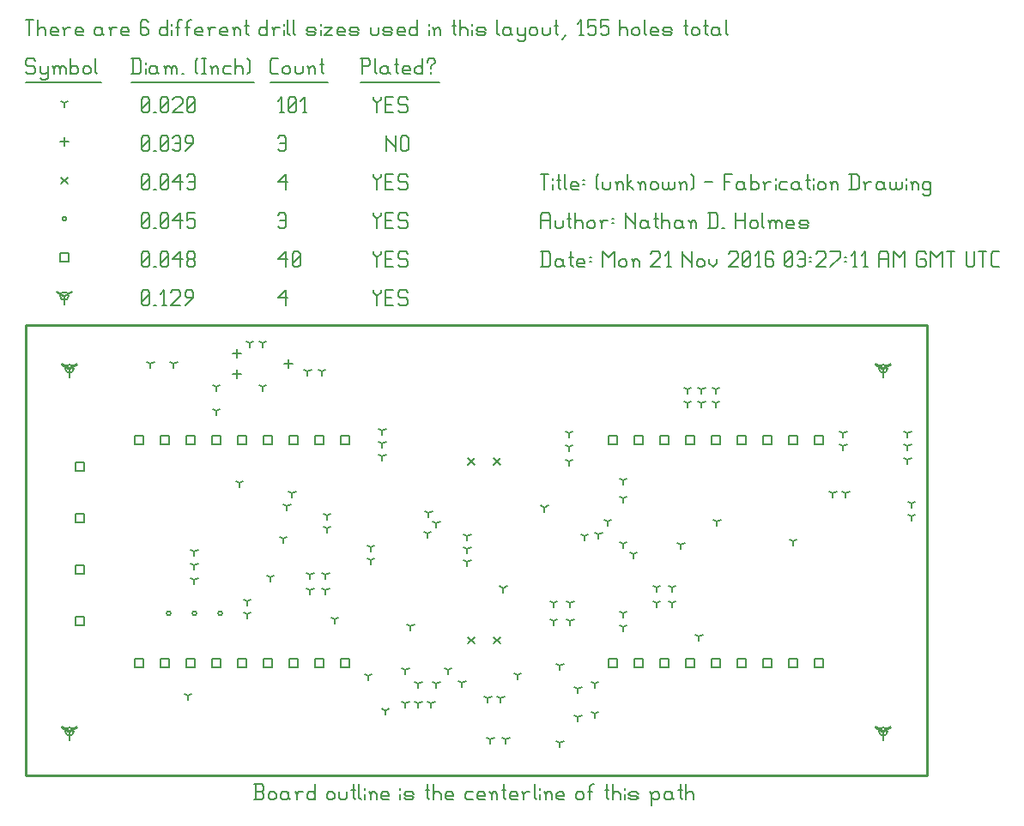
<source format=gbr>
G04 start of page 13 for group -3984 idx -3984 *
G04 Title: (unknown), fab *
G04 Creator: pcb 20140316 *
G04 CreationDate: Mon 21 Nov 2016 03:27:11 AM GMT UTC *
G04 For: ndholmes *
G04 Format: Gerber/RS-274X *
G04 PCB-Dimensions (mil): 3500.00 1750.00 *
G04 PCB-Coordinate-Origin: lower left *
%MOIN*%
%FSLAX25Y25*%
%LNFAB*%
%ADD108C,0.0100*%
%ADD107C,0.0060*%
%ADD106C,0.0001*%
%ADD105R,0.0080X0.0080*%
G54D105*X17000Y17000D02*Y13800D01*
G54D106*G36*
X16454Y17147D02*X19920Y19146D01*
X20320Y18453D01*
X16853Y16454D01*
X16454Y17147D01*
G37*
G36*
X17147Y16454D02*X13680Y18453D01*
X14080Y19146D01*
X17546Y17147D01*
X17147Y16454D01*
G37*
G54D105*X15400Y17000D02*G75*G03X18600Y17000I1600J0D01*G01*
G75*G03X15400Y17000I-1600J0D01*G01*
X333000D02*Y13800D01*
G54D106*G36*
X332454Y17147D02*X335920Y19146D01*
X336320Y18453D01*
X332853Y16454D01*
X332454Y17147D01*
G37*
G36*
X333147Y16454D02*X329680Y18453D01*
X330080Y19146D01*
X333546Y17147D01*
X333147Y16454D01*
G37*
G54D105*X331400Y17000D02*G75*G03X334600Y17000I1600J0D01*G01*
G75*G03X331400Y17000I-1600J0D01*G01*
X333000Y158000D02*Y154800D01*
G54D106*G36*
X332454Y158147D02*X335920Y160146D01*
X336320Y159453D01*
X332853Y157454D01*
X332454Y158147D01*
G37*
G36*
X333147Y157454D02*X329680Y159453D01*
X330080Y160146D01*
X333546Y158147D01*
X333147Y157454D01*
G37*
G54D105*X331400Y158000D02*G75*G03X334600Y158000I1600J0D01*G01*
G75*G03X331400Y158000I-1600J0D01*G01*
X17000D02*Y154800D01*
G54D106*G36*
X16454Y158147D02*X19920Y160146D01*
X20320Y159453D01*
X16853Y157454D01*
X16454Y158147D01*
G37*
G36*
X17147Y157454D02*X13680Y159453D01*
X14080Y160146D01*
X17546Y158147D01*
X17147Y157454D01*
G37*
G54D105*X15400Y158000D02*G75*G03X18600Y158000I1600J0D01*G01*
G75*G03X15400Y158000I-1600J0D01*G01*
X15000Y186250D02*Y183050D01*
G54D106*G36*
X14454Y186397D02*X17920Y188396D01*
X18320Y187703D01*
X14853Y185704D01*
X14454Y186397D01*
G37*
G36*
X15147Y185704D02*X11680Y187703D01*
X12080Y188396D01*
X15546Y186397D01*
X15147Y185704D01*
G37*
G54D105*X13400Y186250D02*G75*G03X16600Y186250I1600J0D01*G01*
G75*G03X13400Y186250I-1600J0D01*G01*
G54D107*X135000Y188500D02*Y187750D01*
X136500Y186250D01*
X138000Y187750D01*
Y188500D02*Y187750D01*
X136500Y186250D02*Y182500D01*
X139800Y185500D02*X142050D01*
X139800Y182500D02*X142800D01*
X139800Y188500D02*Y182500D01*
Y188500D02*X142800D01*
X147600D02*X148350Y187750D01*
X145350Y188500D02*X147600D01*
X144600Y187750D02*X145350Y188500D01*
X144600Y187750D02*Y186250D01*
X145350Y185500D01*
X147600D01*
X148350Y184750D01*
Y183250D01*
X147600Y182500D02*X148350Y183250D01*
X145350Y182500D02*X147600D01*
X144600Y183250D02*X145350Y182500D01*
X98000Y185500D02*X101000Y188500D01*
X98000Y185500D02*X101750D01*
X101000Y188500D02*Y182500D01*
X45000Y183250D02*X45750Y182500D01*
X45000Y187750D02*Y183250D01*
Y187750D02*X45750Y188500D01*
X47250D01*
X48000Y187750D01*
Y183250D01*
X47250Y182500D02*X48000Y183250D01*
X45750Y182500D02*X47250D01*
X45000Y184000D02*X48000Y187000D01*
X49800Y182500D02*X50550D01*
X53100D02*X54600D01*
X53850Y188500D02*Y182500D01*
X52350Y187000D02*X53850Y188500D01*
X56400Y187750D02*X57150Y188500D01*
X59400D01*
X60150Y187750D01*
Y186250D01*
X56400Y182500D02*X60150Y186250D01*
X56400Y182500D02*X60150D01*
X61950D02*X64950Y185500D01*
Y187750D02*Y185500D01*
X64200Y188500D02*X64950Y187750D01*
X62700Y188500D02*X64200D01*
X61950Y187750D02*X62700Y188500D01*
X61950Y187750D02*Y186250D01*
X62700Y185500D01*
X64950D01*
X306400Y45300D02*X309600D01*
X306400D02*Y42100D01*
X309600D01*
Y45300D02*Y42100D01*
X296400Y45300D02*X299600D01*
X296400D02*Y42100D01*
X299600D01*
Y45300D02*Y42100D01*
X286400Y45300D02*X289600D01*
X286400D02*Y42100D01*
X289600D01*
Y45300D02*Y42100D01*
X276400Y45300D02*X279600D01*
X276400D02*Y42100D01*
X279600D01*
Y45300D02*Y42100D01*
X266400Y45300D02*X269600D01*
X266400D02*Y42100D01*
X269600D01*
Y45300D02*Y42100D01*
X256400Y45300D02*X259600D01*
X256400D02*Y42100D01*
X259600D01*
Y45300D02*Y42100D01*
X246400Y45300D02*X249600D01*
X246400D02*Y42100D01*
X249600D01*
Y45300D02*Y42100D01*
X236400Y45300D02*X239600D01*
X236400D02*Y42100D01*
X239600D01*
Y45300D02*Y42100D01*
X226400Y45300D02*X229600D01*
X226400D02*Y42100D01*
X229600D01*
Y45300D02*Y42100D01*
X306400Y131900D02*X309600D01*
X306400D02*Y128700D01*
X309600D01*
Y131900D02*Y128700D01*
X296400Y131900D02*X299600D01*
X296400D02*Y128700D01*
X299600D01*
Y131900D02*Y128700D01*
X286400Y131900D02*X289600D01*
X286400D02*Y128700D01*
X289600D01*
Y131900D02*Y128700D01*
X276400Y131900D02*X279600D01*
X276400D02*Y128700D01*
X279600D01*
Y131900D02*Y128700D01*
X266400Y131900D02*X269600D01*
X266400D02*Y128700D01*
X269600D01*
Y131900D02*Y128700D01*
X256400Y131900D02*X259600D01*
X256400D02*Y128700D01*
X259600D01*
Y131900D02*Y128700D01*
X246400Y131900D02*X249600D01*
X246400D02*Y128700D01*
X249600D01*
Y131900D02*Y128700D01*
X236400Y131900D02*X239600D01*
X236400D02*Y128700D01*
X239600D01*
Y131900D02*Y128700D01*
X226400Y131900D02*X229600D01*
X226400D02*Y128700D01*
X229600D01*
Y131900D02*Y128700D01*
X19400Y121600D02*X22600D01*
X19400D02*Y118400D01*
X22600D01*
Y121600D02*Y118400D01*
X19400Y101600D02*X22600D01*
X19400D02*Y98400D01*
X22600D01*
Y101600D02*Y98400D01*
X19400Y81600D02*X22600D01*
X19400D02*Y78400D01*
X22600D01*
Y81600D02*Y78400D01*
X19400Y61600D02*X22600D01*
X19400D02*Y58400D01*
X22600D01*
Y61600D02*Y58400D01*
X122400Y45300D02*X125600D01*
X122400D02*Y42100D01*
X125600D01*
Y45300D02*Y42100D01*
X112400Y45300D02*X115600D01*
X112400D02*Y42100D01*
X115600D01*
Y45300D02*Y42100D01*
X102400Y45300D02*X105600D01*
X102400D02*Y42100D01*
X105600D01*
Y45300D02*Y42100D01*
X92400Y45300D02*X95600D01*
X92400D02*Y42100D01*
X95600D01*
Y45300D02*Y42100D01*
X82400Y45300D02*X85600D01*
X82400D02*Y42100D01*
X85600D01*
Y45300D02*Y42100D01*
X72400Y45300D02*X75600D01*
X72400D02*Y42100D01*
X75600D01*
Y45300D02*Y42100D01*
X62400Y45300D02*X65600D01*
X62400D02*Y42100D01*
X65600D01*
Y45300D02*Y42100D01*
X52400Y45300D02*X55600D01*
X52400D02*Y42100D01*
X55600D01*
Y45300D02*Y42100D01*
X42400Y45300D02*X45600D01*
X42400D02*Y42100D01*
X45600D01*
Y45300D02*Y42100D01*
X122400Y131900D02*X125600D01*
X122400D02*Y128700D01*
X125600D01*
Y131900D02*Y128700D01*
X112400Y131900D02*X115600D01*
X112400D02*Y128700D01*
X115600D01*
Y131900D02*Y128700D01*
X102400Y131900D02*X105600D01*
X102400D02*Y128700D01*
X105600D01*
Y131900D02*Y128700D01*
X92400Y131900D02*X95600D01*
X92400D02*Y128700D01*
X95600D01*
Y131900D02*Y128700D01*
X82400Y131900D02*X85600D01*
X82400D02*Y128700D01*
X85600D01*
Y131900D02*Y128700D01*
X72400Y131900D02*X75600D01*
X72400D02*Y128700D01*
X75600D01*
Y131900D02*Y128700D01*
X62400Y131900D02*X65600D01*
X62400D02*Y128700D01*
X65600D01*
Y131900D02*Y128700D01*
X52400Y131900D02*X55600D01*
X52400D02*Y128700D01*
X55600D01*
Y131900D02*Y128700D01*
X42400Y131900D02*X45600D01*
X42400D02*Y128700D01*
X45600D01*
Y131900D02*Y128700D01*
X13400Y202850D02*X16600D01*
X13400D02*Y199650D01*
X16600D01*
Y202850D02*Y199650D01*
X135000Y203500D02*Y202750D01*
X136500Y201250D01*
X138000Y202750D01*
Y203500D02*Y202750D01*
X136500Y201250D02*Y197500D01*
X139800Y200500D02*X142050D01*
X139800Y197500D02*X142800D01*
X139800Y203500D02*Y197500D01*
Y203500D02*X142800D01*
X147600D02*X148350Y202750D01*
X145350Y203500D02*X147600D01*
X144600Y202750D02*X145350Y203500D01*
X144600Y202750D02*Y201250D01*
X145350Y200500D01*
X147600D01*
X148350Y199750D01*
Y198250D01*
X147600Y197500D02*X148350Y198250D01*
X145350Y197500D02*X147600D01*
X144600Y198250D02*X145350Y197500D01*
X98000Y200500D02*X101000Y203500D01*
X98000Y200500D02*X101750D01*
X101000Y203500D02*Y197500D01*
X103550Y198250D02*X104300Y197500D01*
X103550Y202750D02*Y198250D01*
Y202750D02*X104300Y203500D01*
X105800D01*
X106550Y202750D01*
Y198250D01*
X105800Y197500D02*X106550Y198250D01*
X104300Y197500D02*X105800D01*
X103550Y199000D02*X106550Y202000D01*
X45000Y198250D02*X45750Y197500D01*
X45000Y202750D02*Y198250D01*
Y202750D02*X45750Y203500D01*
X47250D01*
X48000Y202750D01*
Y198250D01*
X47250Y197500D02*X48000Y198250D01*
X45750Y197500D02*X47250D01*
X45000Y199000D02*X48000Y202000D01*
X49800Y197500D02*X50550D01*
X52350Y198250D02*X53100Y197500D01*
X52350Y202750D02*Y198250D01*
Y202750D02*X53100Y203500D01*
X54600D01*
X55350Y202750D01*
Y198250D01*
X54600Y197500D02*X55350Y198250D01*
X53100Y197500D02*X54600D01*
X52350Y199000D02*X55350Y202000D01*
X57150Y200500D02*X60150Y203500D01*
X57150Y200500D02*X60900D01*
X60150Y203500D02*Y197500D01*
X62700Y198250D02*X63450Y197500D01*
X62700Y199750D02*Y198250D01*
Y199750D02*X63450Y200500D01*
X64950D01*
X65700Y199750D01*
Y198250D01*
X64950Y197500D02*X65700Y198250D01*
X63450Y197500D02*X64950D01*
X62700Y201250D02*X63450Y200500D01*
X62700Y202750D02*Y201250D01*
Y202750D02*X63450Y203500D01*
X64950D01*
X65700Y202750D01*
Y201250D01*
X64950Y200500D02*X65700Y201250D01*
X74700Y63000D02*G75*G03X76300Y63000I800J0D01*G01*
G75*G03X74700Y63000I-800J0D01*G01*
X64700D02*G75*G03X66300Y63000I800J0D01*G01*
G75*G03X64700Y63000I-800J0D01*G01*
X54700D02*G75*G03X56300Y63000I800J0D01*G01*
G75*G03X54700Y63000I-800J0D01*G01*
X14200Y216250D02*G75*G03X15800Y216250I800J0D01*G01*
G75*G03X14200Y216250I-800J0D01*G01*
X135000Y218500D02*Y217750D01*
X136500Y216250D01*
X138000Y217750D01*
Y218500D02*Y217750D01*
X136500Y216250D02*Y212500D01*
X139800Y215500D02*X142050D01*
X139800Y212500D02*X142800D01*
X139800Y218500D02*Y212500D01*
Y218500D02*X142800D01*
X147600D02*X148350Y217750D01*
X145350Y218500D02*X147600D01*
X144600Y217750D02*X145350Y218500D01*
X144600Y217750D02*Y216250D01*
X145350Y215500D01*
X147600D01*
X148350Y214750D01*
Y213250D01*
X147600Y212500D02*X148350Y213250D01*
X145350Y212500D02*X147600D01*
X144600Y213250D02*X145350Y212500D01*
X98000Y217750D02*X98750Y218500D01*
X100250D01*
X101000Y217750D01*
Y213250D01*
X100250Y212500D02*X101000Y213250D01*
X98750Y212500D02*X100250D01*
X98000Y213250D02*X98750Y212500D01*
Y215500D02*X101000D01*
X45000Y213250D02*X45750Y212500D01*
X45000Y217750D02*Y213250D01*
Y217750D02*X45750Y218500D01*
X47250D01*
X48000Y217750D01*
Y213250D01*
X47250Y212500D02*X48000Y213250D01*
X45750Y212500D02*X47250D01*
X45000Y214000D02*X48000Y217000D01*
X49800Y212500D02*X50550D01*
X52350Y213250D02*X53100Y212500D01*
X52350Y217750D02*Y213250D01*
Y217750D02*X53100Y218500D01*
X54600D01*
X55350Y217750D01*
Y213250D01*
X54600Y212500D02*X55350Y213250D01*
X53100Y212500D02*X54600D01*
X52350Y214000D02*X55350Y217000D01*
X57150Y215500D02*X60150Y218500D01*
X57150Y215500D02*X60900D01*
X60150Y218500D02*Y212500D01*
X62700Y218500D02*X65700D01*
X62700D02*Y215500D01*
X63450Y216250D01*
X64950D01*
X65700Y215500D01*
Y213250D01*
X64950Y212500D02*X65700Y213250D01*
X63450Y212500D02*X64950D01*
X62700Y213250D02*X63450Y212500D01*
X171800Y123200D02*X174200Y120800D01*
X171800D02*X174200Y123200D01*
X181800D02*X184200Y120800D01*
X181800D02*X184200Y123200D01*
X171800Y53700D02*X174200Y51300D01*
X171800D02*X174200Y53700D01*
X181800D02*X184200Y51300D01*
X181800D02*X184200Y53700D01*
X13800Y232450D02*X16200Y230050D01*
X13800D02*X16200Y232450D01*
X135000Y233500D02*Y232750D01*
X136500Y231250D01*
X138000Y232750D01*
Y233500D02*Y232750D01*
X136500Y231250D02*Y227500D01*
X139800Y230500D02*X142050D01*
X139800Y227500D02*X142800D01*
X139800Y233500D02*Y227500D01*
Y233500D02*X142800D01*
X147600D02*X148350Y232750D01*
X145350Y233500D02*X147600D01*
X144600Y232750D02*X145350Y233500D01*
X144600Y232750D02*Y231250D01*
X145350Y230500D01*
X147600D01*
X148350Y229750D01*
Y228250D01*
X147600Y227500D02*X148350Y228250D01*
X145350Y227500D02*X147600D01*
X144600Y228250D02*X145350Y227500D01*
X98000Y230500D02*X101000Y233500D01*
X98000Y230500D02*X101750D01*
X101000Y233500D02*Y227500D01*
X45000Y228250D02*X45750Y227500D01*
X45000Y232750D02*Y228250D01*
Y232750D02*X45750Y233500D01*
X47250D01*
X48000Y232750D01*
Y228250D01*
X47250Y227500D02*X48000Y228250D01*
X45750Y227500D02*X47250D01*
X45000Y229000D02*X48000Y232000D01*
X49800Y227500D02*X50550D01*
X52350Y228250D02*X53100Y227500D01*
X52350Y232750D02*Y228250D01*
Y232750D02*X53100Y233500D01*
X54600D01*
X55350Y232750D01*
Y228250D01*
X54600Y227500D02*X55350Y228250D01*
X53100Y227500D02*X54600D01*
X52350Y229000D02*X55350Y232000D01*
X57150Y230500D02*X60150Y233500D01*
X57150Y230500D02*X60900D01*
X60150Y233500D02*Y227500D01*
X62700Y232750D02*X63450Y233500D01*
X64950D01*
X65700Y232750D01*
Y228250D01*
X64950Y227500D02*X65700Y228250D01*
X63450Y227500D02*X64950D01*
X62700Y228250D02*X63450Y227500D01*
Y230500D02*X65700D01*
X102000Y161600D02*Y158400D01*
X100400Y160000D02*X103600D01*
X82000Y157600D02*Y154400D01*
X80400Y156000D02*X83600D01*
X82000Y165600D02*Y162400D01*
X80400Y164000D02*X83600D01*
X15000Y247850D02*Y244650D01*
X13400Y246250D02*X16600D01*
X140000Y248500D02*Y242500D01*
Y248500D02*Y247750D01*
X143750Y244000D01*
Y248500D02*Y242500D01*
X145550Y247750D02*Y243250D01*
Y247750D02*X146300Y248500D01*
X147800D01*
X148550Y247750D01*
Y243250D01*
X147800Y242500D02*X148550Y243250D01*
X146300Y242500D02*X147800D01*
X145550Y243250D02*X146300Y242500D01*
X98000Y247750D02*X98750Y248500D01*
X100250D01*
X101000Y247750D01*
Y243250D01*
X100250Y242500D02*X101000Y243250D01*
X98750Y242500D02*X100250D01*
X98000Y243250D02*X98750Y242500D01*
Y245500D02*X101000D01*
X45000Y243250D02*X45750Y242500D01*
X45000Y247750D02*Y243250D01*
Y247750D02*X45750Y248500D01*
X47250D01*
X48000Y247750D01*
Y243250D01*
X47250Y242500D02*X48000Y243250D01*
X45750Y242500D02*X47250D01*
X45000Y244000D02*X48000Y247000D01*
X49800Y242500D02*X50550D01*
X52350Y243250D02*X53100Y242500D01*
X52350Y247750D02*Y243250D01*
Y247750D02*X53100Y248500D01*
X54600D01*
X55350Y247750D01*
Y243250D01*
X54600Y242500D02*X55350Y243250D01*
X53100Y242500D02*X54600D01*
X52350Y244000D02*X55350Y247000D01*
X57150Y247750D02*X57900Y248500D01*
X59400D01*
X60150Y247750D01*
Y243250D01*
X59400Y242500D02*X60150Y243250D01*
X57900Y242500D02*X59400D01*
X57150Y243250D02*X57900Y242500D01*
Y245500D02*X60150D01*
X61950Y242500D02*X64950Y245500D01*
Y247750D02*Y245500D01*
X64200Y248500D02*X64950Y247750D01*
X62700Y248500D02*X64200D01*
X61950Y247750D02*X62700Y248500D01*
X61950Y247750D02*Y246250D01*
X62700Y245500D01*
X64950D01*
X120000Y60500D02*Y58900D01*
Y60500D02*X121387Y61300D01*
X120000Y60500D02*X118613Y61300D01*
X117000Y96000D02*Y94400D01*
Y96000D02*X118387Y96800D01*
X117000Y96000D02*X115613Y96800D01*
X117000Y101000D02*Y99400D01*
Y101000D02*X118387Y101800D01*
X117000Y101000D02*X115613Y101800D01*
X65500Y87000D02*Y85400D01*
Y87000D02*X66887Y87800D01*
X65500Y87000D02*X64113Y87800D01*
X65500Y81500D02*Y79900D01*
Y81500D02*X66887Y82300D01*
X65500Y81500D02*X64113Y82300D01*
X65500Y76000D02*Y74400D01*
Y76000D02*X66887Y76800D01*
X65500Y76000D02*X64113Y76800D01*
X63000Y31000D02*Y29400D01*
Y31000D02*X64387Y31800D01*
X63000Y31000D02*X61613Y31800D01*
X139700Y25100D02*Y23500D01*
Y25100D02*X141087Y25900D01*
X139700Y25100D02*X138313Y25900D01*
X169500Y36000D02*Y34400D01*
Y36000D02*X170887Y36800D01*
X169500Y36000D02*X168113Y36800D01*
X157500Y28000D02*Y26400D01*
Y28000D02*X158887Y28800D01*
X157500Y28000D02*X156113Y28800D01*
X152500Y28000D02*Y26400D01*
Y28000D02*X153887Y28800D01*
X152500Y28000D02*X151113Y28800D01*
X147500Y28000D02*Y26400D01*
Y28000D02*X148887Y28800D01*
X147500Y28000D02*X146113Y28800D01*
X147500Y41000D02*Y39400D01*
Y41000D02*X148887Y41800D01*
X147500Y41000D02*X146113Y41800D01*
X152500Y35500D02*Y33900D01*
Y35500D02*X153887Y36300D01*
X152500Y35500D02*X151113Y36300D01*
X57500Y160000D02*Y158400D01*
Y160000D02*X58887Y160800D01*
X57500Y160000D02*X56113Y160800D01*
X48500Y160000D02*Y158400D01*
Y160000D02*X49887Y160800D01*
X48500Y160000D02*X47113Y160800D01*
X109500Y157000D02*Y155400D01*
Y157000D02*X110887Y157800D01*
X109500Y157000D02*X108113Y157800D01*
X115000Y157000D02*Y155400D01*
Y157000D02*X116387Y157800D01*
X115000Y157000D02*X113613Y157800D01*
X74000Y151000D02*Y149400D01*
Y151000D02*X75387Y151800D01*
X74000Y151000D02*X72613Y151800D01*
X87000Y168000D02*Y166400D01*
Y168000D02*X88387Y168800D01*
X87000Y168000D02*X85613Y168800D01*
X74000Y141500D02*Y139900D01*
Y141500D02*X75387Y142300D01*
X74000Y141500D02*X72613Y142300D01*
X133000Y38500D02*Y36900D01*
Y38500D02*X134387Y39300D01*
X133000Y38500D02*X131613Y39300D01*
X134000Y88500D02*Y86900D01*
Y88500D02*X135387Y89300D01*
X134000Y88500D02*X132613Y89300D01*
X134000Y83500D02*Y81900D01*
Y83500D02*X135387Y84300D01*
X134000Y83500D02*X132613Y84300D01*
X86000Y62500D02*Y60900D01*
Y62500D02*X87387Y63300D01*
X86000Y62500D02*X84613Y63300D01*
X86000Y67500D02*Y65900D01*
Y67500D02*X87387Y68300D01*
X86000Y67500D02*X84613Y68300D01*
X95000Y77000D02*Y75400D01*
Y77000D02*X96387Y77800D01*
X95000Y77000D02*X93613Y77800D01*
X83000Y113500D02*Y111900D01*
Y113500D02*X84387Y114300D01*
X83000Y113500D02*X81613Y114300D01*
X103500Y109500D02*Y107900D01*
Y109500D02*X104887Y110300D01*
X103500Y109500D02*X102113Y110300D01*
X101500Y104500D02*Y102900D01*
Y104500D02*X102887Y105300D01*
X101500Y104500D02*X100113Y105300D01*
X100000Y92000D02*Y90400D01*
Y92000D02*X101387Y92800D01*
X100000Y92000D02*X98613Y92800D01*
X138500Y124000D02*Y122400D01*
Y124000D02*X139887Y124800D01*
X138500Y124000D02*X137113Y124800D01*
X92000Y168000D02*Y166400D01*
Y168000D02*X93387Y168800D01*
X92000Y168000D02*X90613Y168800D01*
X92000Y151000D02*Y149400D01*
Y151000D02*X93387Y151800D01*
X92000Y151000D02*X90613Y151800D01*
X156500Y102000D02*Y100400D01*
Y102000D02*X157887Y102800D01*
X156500Y102000D02*X155113Y102800D01*
X159500Y98000D02*Y96400D01*
Y98000D02*X160887Y98800D01*
X159500Y98000D02*X158113Y98800D01*
X156000Y94000D02*Y92400D01*
Y94000D02*X157387Y94800D01*
X156000Y94000D02*X154613Y94800D01*
X149500Y58000D02*Y56400D01*
Y58000D02*X150887Y58800D01*
X149500Y58000D02*X148113Y58800D01*
X201500Y104043D02*Y102443D01*
Y104043D02*X202887Y104843D01*
X201500Y104043D02*X200113Y104843D01*
X211000Y133000D02*Y131400D01*
Y133000D02*X212387Y133800D01*
X211000Y133000D02*X209613Y133800D01*
X211000Y127500D02*Y125900D01*
Y127500D02*X212387Y128300D01*
X211000Y127500D02*X209613Y128300D01*
X211000Y122000D02*Y120400D01*
Y122000D02*X212387Y122800D01*
X211000Y122000D02*X209613Y122800D01*
X171500Y88000D02*Y86400D01*
Y88000D02*X172887Y88800D01*
X171500Y88000D02*X170113Y88800D01*
X317500Y128000D02*Y126400D01*
Y128000D02*X318887Y128800D01*
X317500Y128000D02*X316113Y128800D01*
X317500Y133000D02*Y131400D01*
Y133000D02*X318887Y133800D01*
X317500Y133000D02*X316113Y133800D01*
X342500Y133000D02*Y131400D01*
Y133000D02*X343887Y133800D01*
X342500Y133000D02*X341113Y133800D01*
X342500Y128000D02*Y126400D01*
Y128000D02*X343887Y128800D01*
X342500Y128000D02*X341113Y128800D01*
X342500Y122500D02*Y120900D01*
Y122500D02*X343887Y123300D01*
X342500Y122500D02*X341113Y123300D01*
X257000Y150000D02*Y148400D01*
Y150000D02*X258387Y150800D01*
X257000Y150000D02*X255613Y150800D01*
X262500Y150000D02*Y148400D01*
Y150000D02*X263887Y150800D01*
X262500Y150000D02*X261113Y150800D01*
X268000Y150000D02*Y148400D01*
Y150000D02*X269387Y150800D01*
X268000Y150000D02*X266613Y150800D01*
X257000Y144500D02*Y142900D01*
Y144500D02*X258387Y145300D01*
X257000Y144500D02*X255613Y145300D01*
X262500Y144500D02*Y142900D01*
Y144500D02*X263887Y145300D01*
X262500Y144500D02*X261113Y145300D01*
X268000Y144500D02*Y142900D01*
Y144500D02*X269387Y145300D01*
X268000Y144500D02*X266613Y145300D01*
X344000Y100500D02*Y98900D01*
Y100500D02*X345387Y101300D01*
X344000Y100500D02*X342613Y101300D01*
X232000Y114500D02*Y112900D01*
Y114500D02*X233387Y115300D01*
X232000Y114500D02*X230613Y115300D01*
X232000Y107500D02*Y105900D01*
Y107500D02*X233387Y108300D01*
X232000Y107500D02*X230613Y108300D01*
X344000Y105500D02*Y103900D01*
Y105500D02*X345387Y106300D01*
X344000Y105500D02*X342613Y106300D01*
X207500Y42500D02*Y40900D01*
Y42500D02*X208887Y43300D01*
X207500Y42500D02*X206113Y43300D01*
X318500Y109500D02*Y107900D01*
Y109500D02*X319887Y110300D01*
X318500Y109500D02*X317113Y110300D01*
X268500Y98500D02*Y96900D01*
Y98500D02*X269887Y99300D01*
X268500Y98500D02*X267113Y99300D01*
X298000Y91000D02*Y89400D01*
Y91000D02*X299387Y91800D01*
X298000Y91000D02*X296613Y91800D01*
X226000Y98500D02*Y96900D01*
Y98500D02*X227387Y99300D01*
X226000Y98500D02*X224613Y99300D01*
X222500Y93500D02*Y91900D01*
Y93500D02*X223887Y94300D01*
X222500Y93500D02*X221113Y94300D01*
X232000Y90000D02*Y88400D01*
Y90000D02*X233387Y90800D01*
X232000Y90000D02*X230613Y90800D01*
X236000Y86000D02*Y84400D01*
Y86000D02*X237387Y86800D01*
X236000Y86000D02*X234613Y86800D01*
X232000Y63000D02*Y61400D01*
Y63000D02*X233387Y63800D01*
X232000Y63000D02*X230613Y63800D01*
X232000Y57500D02*Y55900D01*
Y57500D02*X233387Y58300D01*
X232000Y57500D02*X230613Y58300D01*
X261500Y54000D02*Y52400D01*
Y54000D02*X262887Y54800D01*
X261500Y54000D02*X260113Y54800D01*
X313500Y109500D02*Y107900D01*
Y109500D02*X314887Y110300D01*
X313500Y109500D02*X312113Y110300D01*
X138500Y134000D02*Y132400D01*
Y134000D02*X139887Y134800D01*
X138500Y134000D02*X137113Y134800D01*
X138500Y129000D02*Y127400D01*
Y129000D02*X139887Y129800D01*
X138500Y129000D02*X137113Y129800D01*
X171500Y93000D02*Y91400D01*
Y93000D02*X172887Y93800D01*
X171500Y93000D02*X170113Y93800D01*
X171500Y83000D02*Y81400D01*
Y83000D02*X172887Y83800D01*
X171500Y83000D02*X170113Y83800D01*
X185500Y72700D02*Y71100D01*
Y72700D02*X186887Y73500D01*
X185500Y72700D02*X184113Y73500D01*
X205000Y67000D02*Y65400D01*
Y67000D02*X206387Y67800D01*
X205000Y67000D02*X203613Y67800D01*
X211500Y67000D02*Y65400D01*
Y67000D02*X212887Y67800D01*
X211500Y67000D02*X210113Y67800D01*
X211500Y60000D02*Y58400D01*
Y60000D02*X212887Y60800D01*
X211500Y60000D02*X210113Y60800D01*
X205000Y60000D02*Y58400D01*
Y60000D02*X206387Y60800D01*
X205000Y60000D02*X203613Y60800D01*
X180500Y14000D02*Y12400D01*
Y14000D02*X181887Y14800D01*
X180500Y14000D02*X179113Y14800D01*
X179500Y30000D02*Y28400D01*
Y30000D02*X180887Y30800D01*
X179500Y30000D02*X178113Y30800D01*
X184500Y30000D02*Y28400D01*
Y30000D02*X185887Y30800D01*
X184500Y30000D02*X183113Y30800D01*
X164000Y41000D02*Y39400D01*
Y41000D02*X165387Y41800D01*
X164000Y41000D02*X162613Y41800D01*
X159500Y35500D02*Y33900D01*
Y35500D02*X160887Y36300D01*
X159500Y35500D02*X158113Y36300D01*
X214500Y33500D02*Y31900D01*
Y33500D02*X215887Y34300D01*
X214500Y33500D02*X213113Y34300D01*
X221000Y35500D02*Y33900D01*
Y35500D02*X222387Y36300D01*
X221000Y35500D02*X219613Y36300D01*
X221000Y24000D02*Y22400D01*
Y24000D02*X222387Y24800D01*
X221000Y24000D02*X219613Y24800D01*
X214500Y22500D02*Y20900D01*
Y22500D02*X215887Y23300D01*
X214500Y22500D02*X213113Y23300D01*
X191000Y39000D02*Y37400D01*
Y39000D02*X192387Y39800D01*
X191000Y39000D02*X189613Y39800D01*
X186500Y14000D02*Y12400D01*
Y14000D02*X187887Y14800D01*
X186500Y14000D02*X185113Y14800D01*
X207500Y12500D02*Y10900D01*
Y12500D02*X208887Y13300D01*
X207500Y12500D02*X206113Y13300D01*
X217000Y93000D02*Y91400D01*
Y93000D02*X218387Y93800D01*
X217000Y93000D02*X215613Y93800D01*
X110500Y72000D02*Y70400D01*
Y72000D02*X111887Y72800D01*
X110500Y72000D02*X109113Y72800D01*
X110500Y78000D02*Y76400D01*
Y78000D02*X111887Y78800D01*
X110500Y78000D02*X109113Y78800D01*
X116500Y78000D02*Y76400D01*
Y78000D02*X117887Y78800D01*
X116500Y78000D02*X115113Y78800D01*
X116500Y72000D02*Y70400D01*
Y72000D02*X117887Y72800D01*
X116500Y72000D02*X115113Y72800D01*
X254500Y89500D02*Y87900D01*
Y89500D02*X255887Y90300D01*
X254500Y89500D02*X253113Y90300D01*
X245000Y67000D02*Y65400D01*
Y67000D02*X246387Y67800D01*
X245000Y67000D02*X243613Y67800D01*
X245000Y73000D02*Y71400D01*
Y73000D02*X246387Y73800D01*
X245000Y73000D02*X243613Y73800D01*
X251000Y73000D02*Y71400D01*
Y73000D02*X252387Y73800D01*
X251000Y73000D02*X249613Y73800D01*
X251000Y67000D02*Y65400D01*
Y67000D02*X252387Y67800D01*
X251000Y67000D02*X249613Y67800D01*
X15000Y261250D02*Y259650D01*
Y261250D02*X16387Y262050D01*
X15000Y261250D02*X13613Y262050D01*
X135000Y263500D02*Y262750D01*
X136500Y261250D01*
X138000Y262750D01*
Y263500D02*Y262750D01*
X136500Y261250D02*Y257500D01*
X139800Y260500D02*X142050D01*
X139800Y257500D02*X142800D01*
X139800Y263500D02*Y257500D01*
Y263500D02*X142800D01*
X147600D02*X148350Y262750D01*
X145350Y263500D02*X147600D01*
X144600Y262750D02*X145350Y263500D01*
X144600Y262750D02*Y261250D01*
X145350Y260500D01*
X147600D01*
X148350Y259750D01*
Y258250D01*
X147600Y257500D02*X148350Y258250D01*
X145350Y257500D02*X147600D01*
X144600Y258250D02*X145350Y257500D01*
X98750D02*X100250D01*
X99500Y263500D02*Y257500D01*
X98000Y262000D02*X99500Y263500D01*
X102050Y258250D02*X102800Y257500D01*
X102050Y262750D02*Y258250D01*
Y262750D02*X102800Y263500D01*
X104300D01*
X105050Y262750D01*
Y258250D01*
X104300Y257500D02*X105050Y258250D01*
X102800Y257500D02*X104300D01*
X102050Y259000D02*X105050Y262000D01*
X107600Y257500D02*X109100D01*
X108350Y263500D02*Y257500D01*
X106850Y262000D02*X108350Y263500D01*
X45000Y258250D02*X45750Y257500D01*
X45000Y262750D02*Y258250D01*
Y262750D02*X45750Y263500D01*
X47250D01*
X48000Y262750D01*
Y258250D01*
X47250Y257500D02*X48000Y258250D01*
X45750Y257500D02*X47250D01*
X45000Y259000D02*X48000Y262000D01*
X49800Y257500D02*X50550D01*
X52350Y258250D02*X53100Y257500D01*
X52350Y262750D02*Y258250D01*
Y262750D02*X53100Y263500D01*
X54600D01*
X55350Y262750D01*
Y258250D01*
X54600Y257500D02*X55350Y258250D01*
X53100Y257500D02*X54600D01*
X52350Y259000D02*X55350Y262000D01*
X57150Y262750D02*X57900Y263500D01*
X60150D01*
X60900Y262750D01*
Y261250D01*
X57150Y257500D02*X60900Y261250D01*
X57150Y257500D02*X60900D01*
X62700Y258250D02*X63450Y257500D01*
X62700Y262750D02*Y258250D01*
Y262750D02*X63450Y263500D01*
X64950D01*
X65700Y262750D01*
Y258250D01*
X64950Y257500D02*X65700Y258250D01*
X63450Y257500D02*X64950D01*
X62700Y259000D02*X65700Y262000D01*
X3000Y278500D02*X3750Y277750D01*
X750Y278500D02*X3000D01*
X0Y277750D02*X750Y278500D01*
X0Y277750D02*Y276250D01*
X750Y275500D01*
X3000D01*
X3750Y274750D01*
Y273250D01*
X3000Y272500D02*X3750Y273250D01*
X750Y272500D02*X3000D01*
X0Y273250D02*X750Y272500D01*
X5550Y275500D02*Y273250D01*
X6300Y272500D01*
X8550Y275500D02*Y271000D01*
X7800Y270250D02*X8550Y271000D01*
X6300Y270250D02*X7800D01*
X5550Y271000D02*X6300Y270250D01*
Y272500D02*X7800D01*
X8550Y273250D01*
X11100Y274750D02*Y272500D01*
Y274750D02*X11850Y275500D01*
X12600D01*
X13350Y274750D01*
Y272500D01*
Y274750D02*X14100Y275500D01*
X14850D01*
X15600Y274750D01*
Y272500D01*
X10350Y275500D02*X11100Y274750D01*
X17400Y278500D02*Y272500D01*
Y273250D02*X18150Y272500D01*
X19650D01*
X20400Y273250D01*
Y274750D02*Y273250D01*
X19650Y275500D02*X20400Y274750D01*
X18150Y275500D02*X19650D01*
X17400Y274750D02*X18150Y275500D01*
X22200Y274750D02*Y273250D01*
Y274750D02*X22950Y275500D01*
X24450D01*
X25200Y274750D01*
Y273250D01*
X24450Y272500D02*X25200Y273250D01*
X22950Y272500D02*X24450D01*
X22200Y273250D02*X22950Y272500D01*
X27000Y278500D02*Y273250D01*
X27750Y272500D01*
X0Y269250D02*X29250D01*
X41750Y278500D02*Y272500D01*
X44000Y278500D02*X44750Y277750D01*
Y273250D01*
X44000Y272500D02*X44750Y273250D01*
X41000Y272500D02*X44000D01*
X41000Y278500D02*X44000D01*
X46550Y277000D02*Y276250D01*
Y274750D02*Y272500D01*
X50300Y275500D02*X51050Y274750D01*
X48800Y275500D02*X50300D01*
X48050Y274750D02*X48800Y275500D01*
X48050Y274750D02*Y273250D01*
X48800Y272500D01*
X51050Y275500D02*Y273250D01*
X51800Y272500D01*
X48800D02*X50300D01*
X51050Y273250D01*
X54350Y274750D02*Y272500D01*
Y274750D02*X55100Y275500D01*
X55850D01*
X56600Y274750D01*
Y272500D01*
Y274750D02*X57350Y275500D01*
X58100D01*
X58850Y274750D01*
Y272500D01*
X53600Y275500D02*X54350Y274750D01*
X60650Y272500D02*X61400D01*
X65900Y273250D02*X66650Y272500D01*
X65900Y277750D02*X66650Y278500D01*
X65900Y277750D02*Y273250D01*
X68450Y278500D02*X69950D01*
X69200D02*Y272500D01*
X68450D02*X69950D01*
X72500Y274750D02*Y272500D01*
Y274750D02*X73250Y275500D01*
X74000D01*
X74750Y274750D01*
Y272500D01*
X71750Y275500D02*X72500Y274750D01*
X77300Y275500D02*X79550D01*
X76550Y274750D02*X77300Y275500D01*
X76550Y274750D02*Y273250D01*
X77300Y272500D01*
X79550D01*
X81350Y278500D02*Y272500D01*
Y274750D02*X82100Y275500D01*
X83600D01*
X84350Y274750D01*
Y272500D01*
X86150Y278500D02*X86900Y277750D01*
Y273250D01*
X86150Y272500D02*X86900Y273250D01*
X41000Y269250D02*X88700D01*
X95750Y272500D02*X98000D01*
X95000Y273250D02*X95750Y272500D01*
X95000Y277750D02*Y273250D01*
Y277750D02*X95750Y278500D01*
X98000D01*
X99800Y274750D02*Y273250D01*
Y274750D02*X100550Y275500D01*
X102050D01*
X102800Y274750D01*
Y273250D01*
X102050Y272500D02*X102800Y273250D01*
X100550Y272500D02*X102050D01*
X99800Y273250D02*X100550Y272500D01*
X104600Y275500D02*Y273250D01*
X105350Y272500D01*
X106850D01*
X107600Y273250D01*
Y275500D02*Y273250D01*
X110150Y274750D02*Y272500D01*
Y274750D02*X110900Y275500D01*
X111650D01*
X112400Y274750D01*
Y272500D01*
X109400Y275500D02*X110150Y274750D01*
X114950Y278500D02*Y273250D01*
X115700Y272500D01*
X114200Y276250D02*X115700D01*
X95000Y269250D02*X117200D01*
X130750Y278500D02*Y272500D01*
X130000Y278500D02*X133000D01*
X133750Y277750D01*
Y276250D01*
X133000Y275500D02*X133750Y276250D01*
X130750Y275500D02*X133000D01*
X135550Y278500D02*Y273250D01*
X136300Y272500D01*
X140050Y275500D02*X140800Y274750D01*
X138550Y275500D02*X140050D01*
X137800Y274750D02*X138550Y275500D01*
X137800Y274750D02*Y273250D01*
X138550Y272500D01*
X140800Y275500D02*Y273250D01*
X141550Y272500D01*
X138550D02*X140050D01*
X140800Y273250D01*
X144100Y278500D02*Y273250D01*
X144850Y272500D01*
X143350Y276250D02*X144850D01*
X147100Y272500D02*X149350D01*
X146350Y273250D02*X147100Y272500D01*
X146350Y274750D02*Y273250D01*
Y274750D02*X147100Y275500D01*
X148600D01*
X149350Y274750D01*
X146350Y274000D02*X149350D01*
Y274750D02*Y274000D01*
X154150Y278500D02*Y272500D01*
X153400D02*X154150Y273250D01*
X151900Y272500D02*X153400D01*
X151150Y273250D02*X151900Y272500D01*
X151150Y274750D02*Y273250D01*
Y274750D02*X151900Y275500D01*
X153400D01*
X154150Y274750D01*
X157450Y275500D02*Y274750D01*
Y273250D02*Y272500D01*
X155950Y277750D02*Y277000D01*
Y277750D02*X156700Y278500D01*
X158200D01*
X158950Y277750D01*
Y277000D01*
X157450Y275500D02*X158950Y277000D01*
X130000Y269250D02*X160750D01*
X0Y293500D02*X3000D01*
X1500D02*Y287500D01*
X4800Y293500D02*Y287500D01*
Y289750D02*X5550Y290500D01*
X7050D01*
X7800Y289750D01*
Y287500D01*
X10350D02*X12600D01*
X9600Y288250D02*X10350Y287500D01*
X9600Y289750D02*Y288250D01*
Y289750D02*X10350Y290500D01*
X11850D01*
X12600Y289750D01*
X9600Y289000D02*X12600D01*
Y289750D02*Y289000D01*
X15150Y289750D02*Y287500D01*
Y289750D02*X15900Y290500D01*
X17400D01*
X14400D02*X15150Y289750D01*
X19950Y287500D02*X22200D01*
X19200Y288250D02*X19950Y287500D01*
X19200Y289750D02*Y288250D01*
Y289750D02*X19950Y290500D01*
X21450D01*
X22200Y289750D01*
X19200Y289000D02*X22200D01*
Y289750D02*Y289000D01*
X28950Y290500D02*X29700Y289750D01*
X27450Y290500D02*X28950D01*
X26700Y289750D02*X27450Y290500D01*
X26700Y289750D02*Y288250D01*
X27450Y287500D01*
X29700Y290500D02*Y288250D01*
X30450Y287500D01*
X27450D02*X28950D01*
X29700Y288250D01*
X33000Y289750D02*Y287500D01*
Y289750D02*X33750Y290500D01*
X35250D01*
X32250D02*X33000Y289750D01*
X37800Y287500D02*X40050D01*
X37050Y288250D02*X37800Y287500D01*
X37050Y289750D02*Y288250D01*
Y289750D02*X37800Y290500D01*
X39300D01*
X40050Y289750D01*
X37050Y289000D02*X40050D01*
Y289750D02*Y289000D01*
X46800Y293500D02*X47550Y292750D01*
X45300Y293500D02*X46800D01*
X44550Y292750D02*X45300Y293500D01*
X44550Y292750D02*Y288250D01*
X45300Y287500D01*
X46800Y290500D02*X47550Y289750D01*
X44550Y290500D02*X46800D01*
X45300Y287500D02*X46800D01*
X47550Y288250D01*
Y289750D02*Y288250D01*
X55050Y293500D02*Y287500D01*
X54300D02*X55050Y288250D01*
X52800Y287500D02*X54300D01*
X52050Y288250D02*X52800Y287500D01*
X52050Y289750D02*Y288250D01*
Y289750D02*X52800Y290500D01*
X54300D01*
X55050Y289750D01*
X56850Y292000D02*Y291250D01*
Y289750D02*Y287500D01*
X59100Y292750D02*Y287500D01*
Y292750D02*X59850Y293500D01*
X60600D01*
X58350Y290500D02*X59850D01*
X62850Y292750D02*Y287500D01*
Y292750D02*X63600Y293500D01*
X64350D01*
X62100Y290500D02*X63600D01*
X66600Y287500D02*X68850D01*
X65850Y288250D02*X66600Y287500D01*
X65850Y289750D02*Y288250D01*
Y289750D02*X66600Y290500D01*
X68100D01*
X68850Y289750D01*
X65850Y289000D02*X68850D01*
Y289750D02*Y289000D01*
X71400Y289750D02*Y287500D01*
Y289750D02*X72150Y290500D01*
X73650D01*
X70650D02*X71400Y289750D01*
X76200Y287500D02*X78450D01*
X75450Y288250D02*X76200Y287500D01*
X75450Y289750D02*Y288250D01*
Y289750D02*X76200Y290500D01*
X77700D01*
X78450Y289750D01*
X75450Y289000D02*X78450D01*
Y289750D02*Y289000D01*
X81000Y289750D02*Y287500D01*
Y289750D02*X81750Y290500D01*
X82500D01*
X83250Y289750D01*
Y287500D01*
X80250Y290500D02*X81000Y289750D01*
X85800Y293500D02*Y288250D01*
X86550Y287500D01*
X85050Y291250D02*X86550D01*
X93750Y293500D02*Y287500D01*
X93000D02*X93750Y288250D01*
X91500Y287500D02*X93000D01*
X90750Y288250D02*X91500Y287500D01*
X90750Y289750D02*Y288250D01*
Y289750D02*X91500Y290500D01*
X93000D01*
X93750Y289750D01*
X96300D02*Y287500D01*
Y289750D02*X97050Y290500D01*
X98550D01*
X95550D02*X96300Y289750D01*
X100350Y292000D02*Y291250D01*
Y289750D02*Y287500D01*
X101850Y293500D02*Y288250D01*
X102600Y287500D01*
X104100Y293500D02*Y288250D01*
X104850Y287500D01*
X109800D02*X112050D01*
X112800Y288250D01*
X112050Y289000D02*X112800Y288250D01*
X109800Y289000D02*X112050D01*
X109050Y289750D02*X109800Y289000D01*
X109050Y289750D02*X109800Y290500D01*
X112050D01*
X112800Y289750D01*
X109050Y288250D02*X109800Y287500D01*
X114600Y292000D02*Y291250D01*
Y289750D02*Y287500D01*
X116100Y290500D02*X119100D01*
X116100Y287500D02*X119100Y290500D01*
X116100Y287500D02*X119100D01*
X121650D02*X123900D01*
X120900Y288250D02*X121650Y287500D01*
X120900Y289750D02*Y288250D01*
Y289750D02*X121650Y290500D01*
X123150D01*
X123900Y289750D01*
X120900Y289000D02*X123900D01*
Y289750D02*Y289000D01*
X126450Y287500D02*X128700D01*
X129450Y288250D01*
X128700Y289000D02*X129450Y288250D01*
X126450Y289000D02*X128700D01*
X125700Y289750D02*X126450Y289000D01*
X125700Y289750D02*X126450Y290500D01*
X128700D01*
X129450Y289750D01*
X125700Y288250D02*X126450Y287500D01*
X133950Y290500D02*Y288250D01*
X134700Y287500D01*
X136200D01*
X136950Y288250D01*
Y290500D02*Y288250D01*
X139500Y287500D02*X141750D01*
X142500Y288250D01*
X141750Y289000D02*X142500Y288250D01*
X139500Y289000D02*X141750D01*
X138750Y289750D02*X139500Y289000D01*
X138750Y289750D02*X139500Y290500D01*
X141750D01*
X142500Y289750D01*
X138750Y288250D02*X139500Y287500D01*
X145050D02*X147300D01*
X144300Y288250D02*X145050Y287500D01*
X144300Y289750D02*Y288250D01*
Y289750D02*X145050Y290500D01*
X146550D01*
X147300Y289750D01*
X144300Y289000D02*X147300D01*
Y289750D02*Y289000D01*
X152100Y293500D02*Y287500D01*
X151350D02*X152100Y288250D01*
X149850Y287500D02*X151350D01*
X149100Y288250D02*X149850Y287500D01*
X149100Y289750D02*Y288250D01*
Y289750D02*X149850Y290500D01*
X151350D01*
X152100Y289750D01*
X156600Y292000D02*Y291250D01*
Y289750D02*Y287500D01*
X158850Y289750D02*Y287500D01*
Y289750D02*X159600Y290500D01*
X160350D01*
X161100Y289750D01*
Y287500D01*
X158100Y290500D02*X158850Y289750D01*
X166350Y293500D02*Y288250D01*
X167100Y287500D01*
X165600Y291250D02*X167100D01*
X168600Y293500D02*Y287500D01*
Y289750D02*X169350Y290500D01*
X170850D01*
X171600Y289750D01*
Y287500D01*
X173400Y292000D02*Y291250D01*
Y289750D02*Y287500D01*
X175650D02*X177900D01*
X178650Y288250D01*
X177900Y289000D02*X178650Y288250D01*
X175650Y289000D02*X177900D01*
X174900Y289750D02*X175650Y289000D01*
X174900Y289750D02*X175650Y290500D01*
X177900D01*
X178650Y289750D01*
X174900Y288250D02*X175650Y287500D01*
X183150Y293500D02*Y288250D01*
X183900Y287500D01*
X187650Y290500D02*X188400Y289750D01*
X186150Y290500D02*X187650D01*
X185400Y289750D02*X186150Y290500D01*
X185400Y289750D02*Y288250D01*
X186150Y287500D01*
X188400Y290500D02*Y288250D01*
X189150Y287500D01*
X186150D02*X187650D01*
X188400Y288250D01*
X190950Y290500D02*Y288250D01*
X191700Y287500D01*
X193950Y290500D02*Y286000D01*
X193200Y285250D02*X193950Y286000D01*
X191700Y285250D02*X193200D01*
X190950Y286000D02*X191700Y285250D01*
Y287500D02*X193200D01*
X193950Y288250D01*
X195750Y289750D02*Y288250D01*
Y289750D02*X196500Y290500D01*
X198000D01*
X198750Y289750D01*
Y288250D01*
X198000Y287500D02*X198750Y288250D01*
X196500Y287500D02*X198000D01*
X195750Y288250D02*X196500Y287500D01*
X200550Y290500D02*Y288250D01*
X201300Y287500D01*
X202800D01*
X203550Y288250D01*
Y290500D02*Y288250D01*
X206100Y293500D02*Y288250D01*
X206850Y287500D01*
X205350Y291250D02*X206850D01*
X208350Y286000D02*X209850Y287500D01*
X215100D02*X216600D01*
X215850Y293500D02*Y287500D01*
X214350Y292000D02*X215850Y293500D01*
X218400D02*X221400D01*
X218400D02*Y290500D01*
X219150Y291250D01*
X220650D01*
X221400Y290500D01*
Y288250D01*
X220650Y287500D02*X221400Y288250D01*
X219150Y287500D02*X220650D01*
X218400Y288250D02*X219150Y287500D01*
X223200Y293500D02*X226200D01*
X223200D02*Y290500D01*
X223950Y291250D01*
X225450D01*
X226200Y290500D01*
Y288250D01*
X225450Y287500D02*X226200Y288250D01*
X223950Y287500D02*X225450D01*
X223200Y288250D02*X223950Y287500D01*
X230700Y293500D02*Y287500D01*
Y289750D02*X231450Y290500D01*
X232950D01*
X233700Y289750D01*
Y287500D01*
X235500Y289750D02*Y288250D01*
Y289750D02*X236250Y290500D01*
X237750D01*
X238500Y289750D01*
Y288250D01*
X237750Y287500D02*X238500Y288250D01*
X236250Y287500D02*X237750D01*
X235500Y288250D02*X236250Y287500D01*
X240300Y293500D02*Y288250D01*
X241050Y287500D01*
X243300D02*X245550D01*
X242550Y288250D02*X243300Y287500D01*
X242550Y289750D02*Y288250D01*
Y289750D02*X243300Y290500D01*
X244800D01*
X245550Y289750D01*
X242550Y289000D02*X245550D01*
Y289750D02*Y289000D01*
X248100Y287500D02*X250350D01*
X251100Y288250D01*
X250350Y289000D02*X251100Y288250D01*
X248100Y289000D02*X250350D01*
X247350Y289750D02*X248100Y289000D01*
X247350Y289750D02*X248100Y290500D01*
X250350D01*
X251100Y289750D01*
X247350Y288250D02*X248100Y287500D01*
X256350Y293500D02*Y288250D01*
X257100Y287500D01*
X255600Y291250D02*X257100D01*
X258600Y289750D02*Y288250D01*
Y289750D02*X259350Y290500D01*
X260850D01*
X261600Y289750D01*
Y288250D01*
X260850Y287500D02*X261600Y288250D01*
X259350Y287500D02*X260850D01*
X258600Y288250D02*X259350Y287500D01*
X264150Y293500D02*Y288250D01*
X264900Y287500D01*
X263400Y291250D02*X264900D01*
X268650Y290500D02*X269400Y289750D01*
X267150Y290500D02*X268650D01*
X266400Y289750D02*X267150Y290500D01*
X266400Y289750D02*Y288250D01*
X267150Y287500D01*
X269400Y290500D02*Y288250D01*
X270150Y287500D01*
X267150D02*X268650D01*
X269400Y288250D01*
X271950Y293500D02*Y288250D01*
X272700Y287500D01*
G54D108*X0Y0D02*X350000D01*
Y175000D01*
X0D01*
Y0D01*
G54D107*X88675Y-9500D02*X91675D01*
X92425Y-8750D01*
Y-7250D02*Y-8750D01*
X91675Y-6500D02*X92425Y-7250D01*
X89425Y-6500D02*X91675D01*
X89425Y-3500D02*Y-9500D01*
X88675Y-3500D02*X91675D01*
X92425Y-4250D01*
Y-5750D01*
X91675Y-6500D02*X92425Y-5750D01*
X94225Y-7250D02*Y-8750D01*
Y-7250D02*X94975Y-6500D01*
X96475D01*
X97225Y-7250D01*
Y-8750D01*
X96475Y-9500D02*X97225Y-8750D01*
X94975Y-9500D02*X96475D01*
X94225Y-8750D02*X94975Y-9500D01*
X101275Y-6500D02*X102025Y-7250D01*
X99775Y-6500D02*X101275D01*
X99025Y-7250D02*X99775Y-6500D01*
X99025Y-7250D02*Y-8750D01*
X99775Y-9500D01*
X102025Y-6500D02*Y-8750D01*
X102775Y-9500D01*
X99775D02*X101275D01*
X102025Y-8750D01*
X105325Y-7250D02*Y-9500D01*
Y-7250D02*X106075Y-6500D01*
X107575D01*
X104575D02*X105325Y-7250D01*
X112375Y-3500D02*Y-9500D01*
X111625D02*X112375Y-8750D01*
X110125Y-9500D02*X111625D01*
X109375Y-8750D02*X110125Y-9500D01*
X109375Y-7250D02*Y-8750D01*
Y-7250D02*X110125Y-6500D01*
X111625D01*
X112375Y-7250D01*
X116875D02*Y-8750D01*
Y-7250D02*X117625Y-6500D01*
X119125D01*
X119875Y-7250D01*
Y-8750D01*
X119125Y-9500D02*X119875Y-8750D01*
X117625Y-9500D02*X119125D01*
X116875Y-8750D02*X117625Y-9500D01*
X121675Y-6500D02*Y-8750D01*
X122425Y-9500D01*
X123925D01*
X124675Y-8750D01*
Y-6500D02*Y-8750D01*
X127225Y-3500D02*Y-8750D01*
X127975Y-9500D01*
X126475Y-5750D02*X127975D01*
X129475Y-3500D02*Y-8750D01*
X130225Y-9500D01*
X131725Y-5000D02*Y-5750D01*
Y-7250D02*Y-9500D01*
X133975Y-7250D02*Y-9500D01*
Y-7250D02*X134725Y-6500D01*
X135475D01*
X136225Y-7250D01*
Y-9500D01*
X133225Y-6500D02*X133975Y-7250D01*
X138775Y-9500D02*X141025D01*
X138025Y-8750D02*X138775Y-9500D01*
X138025Y-7250D02*Y-8750D01*
Y-7250D02*X138775Y-6500D01*
X140275D01*
X141025Y-7250D01*
X138025Y-8000D02*X141025D01*
Y-7250D02*Y-8000D01*
X145525Y-5000D02*Y-5750D01*
Y-7250D02*Y-9500D01*
X147775D02*X150025D01*
X150775Y-8750D01*
X150025Y-8000D02*X150775Y-8750D01*
X147775Y-8000D02*X150025D01*
X147025Y-7250D02*X147775Y-8000D01*
X147025Y-7250D02*X147775Y-6500D01*
X150025D01*
X150775Y-7250D01*
X147025Y-8750D02*X147775Y-9500D01*
X156025Y-3500D02*Y-8750D01*
X156775Y-9500D01*
X155275Y-5750D02*X156775D01*
X158275Y-3500D02*Y-9500D01*
Y-7250D02*X159025Y-6500D01*
X160525D01*
X161275Y-7250D01*
Y-9500D01*
X163825D02*X166075D01*
X163075Y-8750D02*X163825Y-9500D01*
X163075Y-7250D02*Y-8750D01*
Y-7250D02*X163825Y-6500D01*
X165325D01*
X166075Y-7250D01*
X163075Y-8000D02*X166075D01*
Y-7250D02*Y-8000D01*
X171325Y-6500D02*X173575D01*
X170575Y-7250D02*X171325Y-6500D01*
X170575Y-7250D02*Y-8750D01*
X171325Y-9500D01*
X173575D01*
X176125D02*X178375D01*
X175375Y-8750D02*X176125Y-9500D01*
X175375Y-7250D02*Y-8750D01*
Y-7250D02*X176125Y-6500D01*
X177625D01*
X178375Y-7250D01*
X175375Y-8000D02*X178375D01*
Y-7250D02*Y-8000D01*
X180925Y-7250D02*Y-9500D01*
Y-7250D02*X181675Y-6500D01*
X182425D01*
X183175Y-7250D01*
Y-9500D01*
X180175Y-6500D02*X180925Y-7250D01*
X185725Y-3500D02*Y-8750D01*
X186475Y-9500D01*
X184975Y-5750D02*X186475D01*
X188725Y-9500D02*X190975D01*
X187975Y-8750D02*X188725Y-9500D01*
X187975Y-7250D02*Y-8750D01*
Y-7250D02*X188725Y-6500D01*
X190225D01*
X190975Y-7250D01*
X187975Y-8000D02*X190975D01*
Y-7250D02*Y-8000D01*
X193525Y-7250D02*Y-9500D01*
Y-7250D02*X194275Y-6500D01*
X195775D01*
X192775D02*X193525Y-7250D01*
X197575Y-3500D02*Y-8750D01*
X198325Y-9500D01*
X199825Y-5000D02*Y-5750D01*
Y-7250D02*Y-9500D01*
X202075Y-7250D02*Y-9500D01*
Y-7250D02*X202825Y-6500D01*
X203575D01*
X204325Y-7250D01*
Y-9500D01*
X201325Y-6500D02*X202075Y-7250D01*
X206875Y-9500D02*X209125D01*
X206125Y-8750D02*X206875Y-9500D01*
X206125Y-7250D02*Y-8750D01*
Y-7250D02*X206875Y-6500D01*
X208375D01*
X209125Y-7250D01*
X206125Y-8000D02*X209125D01*
Y-7250D02*Y-8000D01*
X213625Y-7250D02*Y-8750D01*
Y-7250D02*X214375Y-6500D01*
X215875D01*
X216625Y-7250D01*
Y-8750D01*
X215875Y-9500D02*X216625Y-8750D01*
X214375Y-9500D02*X215875D01*
X213625Y-8750D02*X214375Y-9500D01*
X219175Y-4250D02*Y-9500D01*
Y-4250D02*X219925Y-3500D01*
X220675D01*
X218425Y-6500D02*X219925D01*
X225625Y-3500D02*Y-8750D01*
X226375Y-9500D01*
X224875Y-5750D02*X226375D01*
X227875Y-3500D02*Y-9500D01*
Y-7250D02*X228625Y-6500D01*
X230125D01*
X230875Y-7250D01*
Y-9500D01*
X232675Y-5000D02*Y-5750D01*
Y-7250D02*Y-9500D01*
X234925D02*X237175D01*
X237925Y-8750D01*
X237175Y-8000D02*X237925Y-8750D01*
X234925Y-8000D02*X237175D01*
X234175Y-7250D02*X234925Y-8000D01*
X234175Y-7250D02*X234925Y-6500D01*
X237175D01*
X237925Y-7250D01*
X234175Y-8750D02*X234925Y-9500D01*
X243175Y-7250D02*Y-11750D01*
X242425Y-6500D02*X243175Y-7250D01*
X243925Y-6500D01*
X245425D01*
X246175Y-7250D01*
Y-8750D01*
X245425Y-9500D02*X246175Y-8750D01*
X243925Y-9500D02*X245425D01*
X243175Y-8750D02*X243925Y-9500D01*
X250225Y-6500D02*X250975Y-7250D01*
X248725Y-6500D02*X250225D01*
X247975Y-7250D02*X248725Y-6500D01*
X247975Y-7250D02*Y-8750D01*
X248725Y-9500D01*
X250975Y-6500D02*Y-8750D01*
X251725Y-9500D01*
X248725D02*X250225D01*
X250975Y-8750D01*
X254275Y-3500D02*Y-8750D01*
X255025Y-9500D01*
X253525Y-5750D02*X255025D01*
X256525Y-3500D02*Y-9500D01*
Y-7250D02*X257275Y-6500D01*
X258775D01*
X259525Y-7250D01*
Y-9500D01*
X200750Y203500D02*Y197500D01*
X203000Y203500D02*X203750Y202750D01*
Y198250D01*
X203000Y197500D02*X203750Y198250D01*
X200000Y197500D02*X203000D01*
X200000Y203500D02*X203000D01*
X207800Y200500D02*X208550Y199750D01*
X206300Y200500D02*X207800D01*
X205550Y199750D02*X206300Y200500D01*
X205550Y199750D02*Y198250D01*
X206300Y197500D01*
X208550Y200500D02*Y198250D01*
X209300Y197500D01*
X206300D02*X207800D01*
X208550Y198250D01*
X211850Y203500D02*Y198250D01*
X212600Y197500D01*
X211100Y201250D02*X212600D01*
X214850Y197500D02*X217100D01*
X214100Y198250D02*X214850Y197500D01*
X214100Y199750D02*Y198250D01*
Y199750D02*X214850Y200500D01*
X216350D01*
X217100Y199750D01*
X214100Y199000D02*X217100D01*
Y199750D02*Y199000D01*
X218900Y201250D02*X219650D01*
X218900Y199750D02*X219650D01*
X224150Y203500D02*Y197500D01*
Y203500D02*X226400Y201250D01*
X228650Y203500D01*
Y197500D01*
X230450Y199750D02*Y198250D01*
Y199750D02*X231200Y200500D01*
X232700D01*
X233450Y199750D01*
Y198250D01*
X232700Y197500D02*X233450Y198250D01*
X231200Y197500D02*X232700D01*
X230450Y198250D02*X231200Y197500D01*
X236000Y199750D02*Y197500D01*
Y199750D02*X236750Y200500D01*
X237500D01*
X238250Y199750D01*
Y197500D01*
X235250Y200500D02*X236000Y199750D01*
X242750Y202750D02*X243500Y203500D01*
X245750D01*
X246500Y202750D01*
Y201250D01*
X242750Y197500D02*X246500Y201250D01*
X242750Y197500D02*X246500D01*
X249050D02*X250550D01*
X249800Y203500D02*Y197500D01*
X248300Y202000D02*X249800Y203500D01*
X255050D02*Y197500D01*
Y203500D02*Y202750D01*
X258800Y199000D01*
Y203500D02*Y197500D01*
X260600Y199750D02*Y198250D01*
Y199750D02*X261350Y200500D01*
X262850D01*
X263600Y199750D01*
Y198250D01*
X262850Y197500D02*X263600Y198250D01*
X261350Y197500D02*X262850D01*
X260600Y198250D02*X261350Y197500D01*
X265400Y200500D02*Y199000D01*
X266900Y197500D01*
X268400Y199000D01*
Y200500D02*Y199000D01*
X272900Y202750D02*X273650Y203500D01*
X275900D01*
X276650Y202750D01*
Y201250D01*
X272900Y197500D02*X276650Y201250D01*
X272900Y197500D02*X276650D01*
X278450Y198250D02*X279200Y197500D01*
X278450Y202750D02*Y198250D01*
Y202750D02*X279200Y203500D01*
X280700D01*
X281450Y202750D01*
Y198250D01*
X280700Y197500D02*X281450Y198250D01*
X279200Y197500D02*X280700D01*
X278450Y199000D02*X281450Y202000D01*
X284000Y197500D02*X285500D01*
X284750Y203500D02*Y197500D01*
X283250Y202000D02*X284750Y203500D01*
X289550D02*X290300Y202750D01*
X288050Y203500D02*X289550D01*
X287300Y202750D02*X288050Y203500D01*
X287300Y202750D02*Y198250D01*
X288050Y197500D01*
X289550Y200500D02*X290300Y199750D01*
X287300Y200500D02*X289550D01*
X288050Y197500D02*X289550D01*
X290300Y198250D01*
Y199750D02*Y198250D01*
X294800D02*X295550Y197500D01*
X294800Y202750D02*Y198250D01*
Y202750D02*X295550Y203500D01*
X297050D01*
X297800Y202750D01*
Y198250D01*
X297050Y197500D02*X297800Y198250D01*
X295550Y197500D02*X297050D01*
X294800Y199000D02*X297800Y202000D01*
X299600Y202750D02*X300350Y203500D01*
X301850D01*
X302600Y202750D01*
Y198250D01*
X301850Y197500D02*X302600Y198250D01*
X300350Y197500D02*X301850D01*
X299600Y198250D02*X300350Y197500D01*
Y200500D02*X302600D01*
X304400Y201250D02*X305150D01*
X304400Y199750D02*X305150D01*
X306950Y202750D02*X307700Y203500D01*
X309950D01*
X310700Y202750D01*
Y201250D01*
X306950Y197500D02*X310700Y201250D01*
X306950Y197500D02*X310700D01*
X312500D02*X316250Y201250D01*
Y203500D02*Y201250D01*
X312500Y203500D02*X316250D01*
X318050Y201250D02*X318800D01*
X318050Y199750D02*X318800D01*
X321350Y197500D02*X322850D01*
X322100Y203500D02*Y197500D01*
X320600Y202000D02*X322100Y203500D01*
X325400Y197500D02*X326900D01*
X326150Y203500D02*Y197500D01*
X324650Y202000D02*X326150Y203500D01*
X331400Y202750D02*Y197500D01*
Y202750D02*X332150Y203500D01*
X334400D01*
X335150Y202750D01*
Y197500D01*
X331400Y200500D02*X335150D01*
X336950Y203500D02*Y197500D01*
Y203500D02*X339200Y201250D01*
X341450Y203500D01*
Y197500D01*
X348950Y203500D02*X349700Y202750D01*
X346700Y203500D02*X348950D01*
X345950Y202750D02*X346700Y203500D01*
X345950Y202750D02*Y198250D01*
X346700Y197500D01*
X348950D01*
X349700Y198250D01*
Y199750D02*Y198250D01*
X348950Y200500D02*X349700Y199750D01*
X347450Y200500D02*X348950D01*
X351500Y203500D02*Y197500D01*
Y203500D02*X353750Y201250D01*
X356000Y203500D01*
Y197500D01*
X357800Y203500D02*X360800D01*
X359300D02*Y197500D01*
X365300Y203500D02*Y198250D01*
X366050Y197500D01*
X367550D01*
X368300Y198250D01*
Y203500D02*Y198250D01*
X370100Y203500D02*X373100D01*
X371600D02*Y197500D01*
X375650D02*X377900D01*
X374900Y198250D02*X375650Y197500D01*
X374900Y202750D02*Y198250D01*
Y202750D02*X375650Y203500D01*
X377900D01*
X200000Y217750D02*Y212500D01*
Y217750D02*X200750Y218500D01*
X203000D01*
X203750Y217750D01*
Y212500D01*
X200000Y215500D02*X203750D01*
X205550D02*Y213250D01*
X206300Y212500D01*
X207800D01*
X208550Y213250D01*
Y215500D02*Y213250D01*
X211100Y218500D02*Y213250D01*
X211850Y212500D01*
X210350Y216250D02*X211850D01*
X213350Y218500D02*Y212500D01*
Y214750D02*X214100Y215500D01*
X215600D01*
X216350Y214750D01*
Y212500D01*
X218150Y214750D02*Y213250D01*
Y214750D02*X218900Y215500D01*
X220400D01*
X221150Y214750D01*
Y213250D01*
X220400Y212500D02*X221150Y213250D01*
X218900Y212500D02*X220400D01*
X218150Y213250D02*X218900Y212500D01*
X223700Y214750D02*Y212500D01*
Y214750D02*X224450Y215500D01*
X225950D01*
X222950D02*X223700Y214750D01*
X227750Y216250D02*X228500D01*
X227750Y214750D02*X228500D01*
X233000Y218500D02*Y212500D01*
Y218500D02*Y217750D01*
X236750Y214000D01*
Y218500D02*Y212500D01*
X240800Y215500D02*X241550Y214750D01*
X239300Y215500D02*X240800D01*
X238550Y214750D02*X239300Y215500D01*
X238550Y214750D02*Y213250D01*
X239300Y212500D01*
X241550Y215500D02*Y213250D01*
X242300Y212500D01*
X239300D02*X240800D01*
X241550Y213250D01*
X244850Y218500D02*Y213250D01*
X245600Y212500D01*
X244100Y216250D02*X245600D01*
X247100Y218500D02*Y212500D01*
Y214750D02*X247850Y215500D01*
X249350D01*
X250100Y214750D01*
Y212500D01*
X254150Y215500D02*X254900Y214750D01*
X252650Y215500D02*X254150D01*
X251900Y214750D02*X252650Y215500D01*
X251900Y214750D02*Y213250D01*
X252650Y212500D01*
X254900Y215500D02*Y213250D01*
X255650Y212500D01*
X252650D02*X254150D01*
X254900Y213250D01*
X258200Y214750D02*Y212500D01*
Y214750D02*X258950Y215500D01*
X259700D01*
X260450Y214750D01*
Y212500D01*
X257450Y215500D02*X258200Y214750D01*
X265700Y218500D02*Y212500D01*
X267950Y218500D02*X268700Y217750D01*
Y213250D01*
X267950Y212500D02*X268700Y213250D01*
X264950Y212500D02*X267950D01*
X264950Y218500D02*X267950D01*
X270500Y212500D02*X271250D01*
X275750Y218500D02*Y212500D01*
X279500Y218500D02*Y212500D01*
X275750Y215500D02*X279500D01*
X281300Y214750D02*Y213250D01*
Y214750D02*X282050Y215500D01*
X283550D01*
X284300Y214750D01*
Y213250D01*
X283550Y212500D02*X284300Y213250D01*
X282050Y212500D02*X283550D01*
X281300Y213250D02*X282050Y212500D01*
X286100Y218500D02*Y213250D01*
X286850Y212500D01*
X289100Y214750D02*Y212500D01*
Y214750D02*X289850Y215500D01*
X290600D01*
X291350Y214750D01*
Y212500D01*
Y214750D02*X292100Y215500D01*
X292850D01*
X293600Y214750D01*
Y212500D01*
X288350Y215500D02*X289100Y214750D01*
X296150Y212500D02*X298400D01*
X295400Y213250D02*X296150Y212500D01*
X295400Y214750D02*Y213250D01*
Y214750D02*X296150Y215500D01*
X297650D01*
X298400Y214750D01*
X295400Y214000D02*X298400D01*
Y214750D02*Y214000D01*
X300950Y212500D02*X303200D01*
X303950Y213250D01*
X303200Y214000D02*X303950Y213250D01*
X300950Y214000D02*X303200D01*
X300200Y214750D02*X300950Y214000D01*
X300200Y214750D02*X300950Y215500D01*
X303200D01*
X303950Y214750D01*
X300200Y213250D02*X300950Y212500D01*
X200000Y233500D02*X203000D01*
X201500D02*Y227500D01*
X204800Y232000D02*Y231250D01*
Y229750D02*Y227500D01*
X207050Y233500D02*Y228250D01*
X207800Y227500D01*
X206300Y231250D02*X207800D01*
X209300Y233500D02*Y228250D01*
X210050Y227500D01*
X212300D02*X214550D01*
X211550Y228250D02*X212300Y227500D01*
X211550Y229750D02*Y228250D01*
Y229750D02*X212300Y230500D01*
X213800D01*
X214550Y229750D01*
X211550Y229000D02*X214550D01*
Y229750D02*Y229000D01*
X216350Y231250D02*X217100D01*
X216350Y229750D02*X217100D01*
X221600Y228250D02*X222350Y227500D01*
X221600Y232750D02*X222350Y233500D01*
X221600Y232750D02*Y228250D01*
X224150Y230500D02*Y228250D01*
X224900Y227500D01*
X226400D01*
X227150Y228250D01*
Y230500D02*Y228250D01*
X229700Y229750D02*Y227500D01*
Y229750D02*X230450Y230500D01*
X231200D01*
X231950Y229750D01*
Y227500D01*
X228950Y230500D02*X229700Y229750D01*
X233750Y233500D02*Y227500D01*
Y229750D02*X236000Y227500D01*
X233750Y229750D02*X235250Y231250D01*
X238550Y229750D02*Y227500D01*
Y229750D02*X239300Y230500D01*
X240050D01*
X240800Y229750D01*
Y227500D01*
X237800Y230500D02*X238550Y229750D01*
X242600D02*Y228250D01*
Y229750D02*X243350Y230500D01*
X244850D01*
X245600Y229750D01*
Y228250D01*
X244850Y227500D02*X245600Y228250D01*
X243350Y227500D02*X244850D01*
X242600Y228250D02*X243350Y227500D01*
X247400Y230500D02*Y228250D01*
X248150Y227500D01*
X248900D01*
X249650Y228250D01*
Y230500D02*Y228250D01*
X250400Y227500D01*
X251150D01*
X251900Y228250D01*
Y230500D02*Y228250D01*
X254450Y229750D02*Y227500D01*
Y229750D02*X255200Y230500D01*
X255950D01*
X256700Y229750D01*
Y227500D01*
X253700Y230500D02*X254450Y229750D01*
X258500Y233500D02*X259250Y232750D01*
Y228250D01*
X258500Y227500D02*X259250Y228250D01*
X263750Y230500D02*X266750D01*
X271250Y233500D02*Y227500D01*
Y233500D02*X274250D01*
X271250Y230500D02*X273500D01*
X278300D02*X279050Y229750D01*
X276800Y230500D02*X278300D01*
X276050Y229750D02*X276800Y230500D01*
X276050Y229750D02*Y228250D01*
X276800Y227500D01*
X279050Y230500D02*Y228250D01*
X279800Y227500D01*
X276800D02*X278300D01*
X279050Y228250D01*
X281600Y233500D02*Y227500D01*
Y228250D02*X282350Y227500D01*
X283850D01*
X284600Y228250D01*
Y229750D02*Y228250D01*
X283850Y230500D02*X284600Y229750D01*
X282350Y230500D02*X283850D01*
X281600Y229750D02*X282350Y230500D01*
X287150Y229750D02*Y227500D01*
Y229750D02*X287900Y230500D01*
X289400D01*
X286400D02*X287150Y229750D01*
X291200Y232000D02*Y231250D01*
Y229750D02*Y227500D01*
X293450Y230500D02*X295700D01*
X292700Y229750D02*X293450Y230500D01*
X292700Y229750D02*Y228250D01*
X293450Y227500D01*
X295700D01*
X299750Y230500D02*X300500Y229750D01*
X298250Y230500D02*X299750D01*
X297500Y229750D02*X298250Y230500D01*
X297500Y229750D02*Y228250D01*
X298250Y227500D01*
X300500Y230500D02*Y228250D01*
X301250Y227500D01*
X298250D02*X299750D01*
X300500Y228250D01*
X303800Y233500D02*Y228250D01*
X304550Y227500D01*
X303050Y231250D02*X304550D01*
X306050Y232000D02*Y231250D01*
Y229750D02*Y227500D01*
X307550Y229750D02*Y228250D01*
Y229750D02*X308300Y230500D01*
X309800D01*
X310550Y229750D01*
Y228250D01*
X309800Y227500D02*X310550Y228250D01*
X308300Y227500D02*X309800D01*
X307550Y228250D02*X308300Y227500D01*
X313100Y229750D02*Y227500D01*
Y229750D02*X313850Y230500D01*
X314600D01*
X315350Y229750D01*
Y227500D01*
X312350Y230500D02*X313100Y229750D01*
X320600Y233500D02*Y227500D01*
X322850Y233500D02*X323600Y232750D01*
Y228250D01*
X322850Y227500D02*X323600Y228250D01*
X319850Y227500D02*X322850D01*
X319850Y233500D02*X322850D01*
X326150Y229750D02*Y227500D01*
Y229750D02*X326900Y230500D01*
X328400D01*
X325400D02*X326150Y229750D01*
X332450Y230500D02*X333200Y229750D01*
X330950Y230500D02*X332450D01*
X330200Y229750D02*X330950Y230500D01*
X330200Y229750D02*Y228250D01*
X330950Y227500D01*
X333200Y230500D02*Y228250D01*
X333950Y227500D01*
X330950D02*X332450D01*
X333200Y228250D01*
X335750Y230500D02*Y228250D01*
X336500Y227500D01*
X337250D01*
X338000Y228250D01*
Y230500D02*Y228250D01*
X338750Y227500D01*
X339500D01*
X340250Y228250D01*
Y230500D02*Y228250D01*
X342050Y232000D02*Y231250D01*
Y229750D02*Y227500D01*
X344300Y229750D02*Y227500D01*
Y229750D02*X345050Y230500D01*
X345800D01*
X346550Y229750D01*
Y227500D01*
X343550Y230500D02*X344300Y229750D01*
X350600Y230500D02*X351350Y229750D01*
X349100Y230500D02*X350600D01*
X348350Y229750D02*X349100Y230500D01*
X348350Y229750D02*Y228250D01*
X349100Y227500D01*
X350600D01*
X351350Y228250D01*
X348350Y226000D02*X349100Y225250D01*
X350600D01*
X351350Y226000D01*
Y230500D02*Y226000D01*
M02*

</source>
